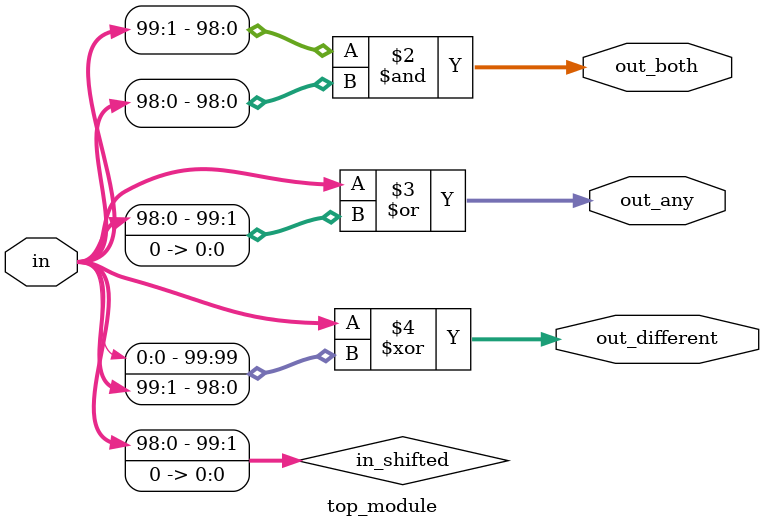
<source format=sv>
module top_module (
    input [99:0] in,
    output [98:0] out_both,
    output [99:0] out_any,
    output [99:0] out_different
);

    wire [99:0] in_shifted;
    assign in_shifted = in << 1;

    assign out_both = in[99:1] & in_shifted[99:1];
    assign out_any = in | in_shifted;
    assign out_different = in ^ {in[0], in[99:1]};

endmodule

</source>
